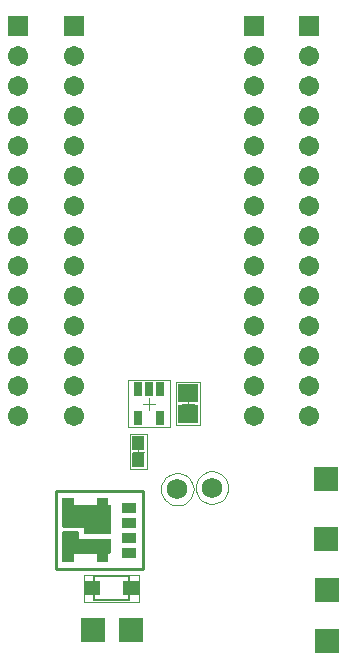
<source format=gts>
G04*
G04 #@! TF.GenerationSoftware,Altium Limited,Altium Designer,20.1.10 (176)*
G04*
G04 Layer_Color=8388736*
%FSLAX25Y25*%
%MOIN*%
G70*
G04*
G04 #@! TF.SameCoordinates,D9A27F9E-3A59-452F-8F74-A4506583EE45*
G04*
G04*
G04 #@! TF.FilePolarity,Negative*
G04*
G01*
G75*
%ADD12C,0.01000*%
%ADD14C,0.00500*%
%ADD15C,0.00197*%
%ADD16C,0.00394*%
%ADD17R,0.04816X0.03477*%
%ADD18R,0.05209X0.05052*%
%ADD19R,0.04343X0.04540*%
%ADD20R,0.06706X0.06312*%
%ADD21R,0.03162X0.05131*%
%ADD22R,0.08300X0.08300*%
%ADD23C,0.06902*%
%ADD24R,0.08300X0.08300*%
%ADD25R,0.06706X0.06706*%
%ADD26C,0.06706*%
G36*
X42198Y58496D02*
X42249Y58486D01*
X42299Y58469D01*
X42346Y58446D01*
X42390Y58416D01*
X42429Y58382D01*
X42464Y58342D01*
X42493Y58299D01*
X42516Y58252D01*
X42533Y58202D01*
X42543Y58151D01*
X42547Y58099D01*
Y56196D01*
X43051D01*
X43104Y56193D01*
X43155Y56182D01*
X43205Y56166D01*
X43252Y56142D01*
X43295Y56113D01*
X43335Y56079D01*
X43369Y56039D01*
X43398Y55996D01*
X43422Y55949D01*
X43438Y55899D01*
X43449Y55848D01*
X43452Y55795D01*
Y47016D01*
X43449Y46964D01*
X43438Y46912D01*
X43422Y46862D01*
X43398Y46815D01*
X43369Y46772D01*
X43335Y46732D01*
X43295Y46698D01*
X43252Y46669D01*
X43205Y46645D01*
X43155Y46629D01*
X43104Y46618D01*
X43051Y46615D01*
X34626D01*
X34574Y46618D01*
X34522Y46629D01*
X34473Y46645D01*
X34426Y46669D01*
X34382Y46698D01*
X34343Y46732D01*
X34308Y46772D01*
X34279Y46815D01*
X34256Y46862D01*
X34239Y46912D01*
X34229Y46964D01*
X34225Y47016D01*
Y48623D01*
X27461D01*
X27408Y48626D01*
X27357Y48636D01*
X27307Y48653D01*
X27260Y48676D01*
X27217Y48706D01*
X27177Y48740D01*
X27143Y48780D01*
X27114Y48823D01*
X27090Y48870D01*
X27073Y48920D01*
X27063Y48971D01*
X27060Y49024D01*
Y58099D01*
X27063Y58151D01*
X27073Y58202D01*
X27090Y58252D01*
X27114Y58299D01*
X27143Y58342D01*
X27177Y58382D01*
X27217Y58416D01*
X27260Y58446D01*
X27307Y58469D01*
X27357Y58486D01*
X27408Y58496D01*
X27461Y58499D01*
X30650D01*
X30702Y58496D01*
X30753Y58486D01*
X30803Y58469D01*
X30850Y58446D01*
X30894Y58416D01*
X30933Y58382D01*
X30968Y58342D01*
X30997Y58299D01*
X31020Y58252D01*
X31037Y58202D01*
X31047Y58151D01*
X31051Y58099D01*
Y56196D01*
X38556D01*
Y58099D01*
X38559Y58151D01*
X38570Y58202D01*
X38586Y58252D01*
X38610Y58299D01*
X38639Y58342D01*
X38673Y58382D01*
X38713Y58416D01*
X38756Y58446D01*
X38803Y58469D01*
X38853Y58486D01*
X38904Y58496D01*
X38957Y58499D01*
X42146D01*
X42198Y58496D01*
D02*
G37*
G36*
X32277Y47413D02*
X32328Y47403D01*
X32378Y47386D01*
X32425Y47363D01*
X32469Y47334D01*
X32508Y47299D01*
X32542Y47260D01*
X32572Y47216D01*
X32595Y47169D01*
X32612Y47120D01*
X32622Y47068D01*
X32625Y47016D01*
Y44995D01*
X43051D01*
X43104Y44992D01*
X43155Y44982D01*
X43205Y44965D01*
X43252Y44942D01*
X43295Y44913D01*
X43335Y44878D01*
X43369Y44839D01*
X43398Y44795D01*
X43422Y44748D01*
X43438Y44698D01*
X43449Y44647D01*
X43452Y44594D01*
Y40421D01*
X43449Y40369D01*
X43438Y40318D01*
X43422Y40268D01*
X43398Y40221D01*
X43369Y40177D01*
X43335Y40138D01*
X43295Y40103D01*
X43252Y40074D01*
X43205Y40051D01*
X43155Y40034D01*
X43104Y40024D01*
X43051Y40020D01*
X42547D01*
Y37626D01*
X42543Y37574D01*
X42533Y37522D01*
X42516Y37473D01*
X42493Y37426D01*
X42464Y37382D01*
X42429Y37343D01*
X42390Y37308D01*
X42346Y37279D01*
X42299Y37256D01*
X42250Y37239D01*
X42198Y37229D01*
X42146Y37225D01*
X38957D01*
X38904Y37229D01*
X38853Y37239D01*
X38803Y37256D01*
X38756Y37279D01*
X38713Y37308D01*
X38673Y37343D01*
X38639Y37382D01*
X38610Y37426D01*
X38586Y37473D01*
X38570Y37522D01*
X38559Y37574D01*
X38556Y37626D01*
Y40020D01*
X31051D01*
Y37626D01*
X31047Y37574D01*
X31037Y37522D01*
X31020Y37473D01*
X30997Y37426D01*
X30968Y37382D01*
X30933Y37343D01*
X30894Y37308D01*
X30850Y37279D01*
X30803Y37256D01*
X30753Y37239D01*
X30702Y37229D01*
X30650Y37225D01*
X27461D01*
X27408Y37229D01*
X27357Y37239D01*
X27307Y37256D01*
X27260Y37279D01*
X27217Y37308D01*
X27177Y37343D01*
X27143Y37382D01*
X27114Y37426D01*
X27090Y37473D01*
X27073Y37522D01*
X27063Y37574D01*
X27060Y37626D01*
Y47016D01*
X27063Y47068D01*
X27073Y47120D01*
X27090Y47169D01*
X27114Y47216D01*
X27143Y47260D01*
X27177Y47299D01*
X27217Y47334D01*
X27260Y47363D01*
X27307Y47386D01*
X27357Y47403D01*
X27408Y47413D01*
X27461Y47417D01*
X32224D01*
X32277Y47413D01*
D02*
G37*
D12*
X53961Y35024D02*
Y61024D01*
X24961D02*
X53961D01*
X24961Y35024D02*
Y61024D01*
Y35024D02*
X53961D01*
D14*
X37594Y24563D02*
X49406D01*
X37594D02*
Y32437D01*
X49406D01*
Y24563D02*
Y32437D01*
X37594Y24563D02*
X49406D01*
X37594D02*
Y32437D01*
X49406D01*
Y24563D02*
Y32437D01*
D15*
X82394Y62000D02*
X82302Y62991D01*
X82029Y63948D01*
X81586Y64839D01*
X80986Y65634D01*
X80250Y66304D01*
X79404Y66828D01*
X78476Y67188D01*
X77498Y67371D01*
X76502D01*
X75524Y67188D01*
X74596Y66828D01*
X73750Y66304D01*
X73014Y65634D01*
X72414Y64839D01*
X71970Y63948D01*
X71698Y62991D01*
X71606Y62000D01*
X71698Y61009D01*
X71970Y60052D01*
X72414Y59161D01*
X73014Y58366D01*
X73750Y57696D01*
X74596Y57172D01*
X75524Y56812D01*
X76502Y56629D01*
X77498D01*
X78476Y56812D01*
X79404Y57172D01*
X80250Y57696D01*
X80986Y58366D01*
X81586Y59161D01*
X82029Y60052D01*
X82302Y61009D01*
X82394Y62000D01*
X70894Y61500D02*
X70802Y62491D01*
X70530Y63448D01*
X70086Y64339D01*
X69486Y65134D01*
X68750Y65804D01*
X67904Y66328D01*
X66976Y66688D01*
X65998Y66871D01*
X65002D01*
X64024Y66688D01*
X63096Y66328D01*
X62250Y65804D01*
X61514Y65134D01*
X60914Y64339D01*
X60470Y63448D01*
X60198Y62491D01*
X60106Y61500D01*
X60198Y60509D01*
X60470Y59552D01*
X60914Y58661D01*
X61514Y57866D01*
X62250Y57196D01*
X63096Y56672D01*
X64024Y56312D01*
X65002Y56129D01*
X65998D01*
X66976Y56312D01*
X67904Y56672D01*
X68750Y57196D01*
X69486Y57866D01*
X70086Y58661D01*
X70530Y59552D01*
X70802Y60509D01*
X70894Y61500D01*
X49744Y68291D02*
X55256D01*
X49744Y79709D02*
X55256D01*
X49744Y68291D02*
Y79709D01*
X55256Y68291D02*
Y79709D01*
X72937Y82717D02*
Y97283D01*
X65063Y82717D02*
Y97283D01*
X72937D01*
X65063Y82717D02*
X72937D01*
X49110Y82126D02*
Y97874D01*
X62890Y82126D02*
Y97874D01*
X49110Y82126D02*
X62890D01*
X49110Y97874D02*
X62890D01*
X34406Y33028D02*
X52594D01*
X34406Y23972D02*
Y33028D01*
Y23972D02*
X52594D01*
Y33028D01*
D16*
X77000Y60032D02*
Y63969D01*
X75032Y62000D02*
X78969D01*
X77000Y60032D02*
Y63969D01*
X75032Y62000D02*
X78969D01*
X65500Y59532D02*
Y63469D01*
X63532Y61500D02*
X67469D01*
X65500Y59532D02*
Y63469D01*
X63532Y61500D02*
X67469D01*
X52500Y72228D02*
Y75772D01*
X50728Y74000D02*
X54272D01*
X67031Y90000D02*
X70968D01*
X69000Y88031D02*
Y91969D01*
X54032Y90000D02*
X57969D01*
X56000Y88032D02*
Y91969D01*
D17*
X49232Y40362D02*
D03*
Y45362D02*
D03*
Y55362D02*
D03*
Y50362D02*
D03*
D18*
X49976Y28500D02*
D03*
X37201D02*
D03*
D19*
X52500Y71146D02*
D03*
Y76854D02*
D03*
D20*
X69000Y93543D02*
D03*
Y86457D02*
D03*
D21*
X59740Y85276D02*
D03*
X52260D02*
D03*
Y94724D02*
D03*
X56000D02*
D03*
X59740D02*
D03*
D22*
X115000Y65000D02*
D03*
X115500Y11000D02*
D03*
Y28000D02*
D03*
X115000Y45000D02*
D03*
D23*
X77000Y62000D02*
D03*
X65500Y61500D02*
D03*
D24*
X49949Y14484D02*
D03*
X37449D02*
D03*
D25*
X109500Y216000D02*
D03*
X12500D02*
D03*
X91000D02*
D03*
X31000D02*
D03*
D26*
X109500Y196000D02*
D03*
Y186000D02*
D03*
Y176000D02*
D03*
Y166000D02*
D03*
Y156000D02*
D03*
Y146000D02*
D03*
Y136000D02*
D03*
Y126000D02*
D03*
Y116000D02*
D03*
Y106000D02*
D03*
Y96000D02*
D03*
Y86000D02*
D03*
Y206000D02*
D03*
X12500Y196000D02*
D03*
Y186000D02*
D03*
Y176000D02*
D03*
Y166000D02*
D03*
Y156000D02*
D03*
Y146000D02*
D03*
Y136000D02*
D03*
Y126000D02*
D03*
Y116000D02*
D03*
Y106000D02*
D03*
Y96000D02*
D03*
Y86000D02*
D03*
Y206000D02*
D03*
X91000Y196000D02*
D03*
Y186000D02*
D03*
Y176000D02*
D03*
Y166000D02*
D03*
Y156000D02*
D03*
Y146000D02*
D03*
Y136000D02*
D03*
Y126000D02*
D03*
Y116000D02*
D03*
Y106000D02*
D03*
Y96000D02*
D03*
Y86000D02*
D03*
Y206000D02*
D03*
X31000Y196000D02*
D03*
Y186000D02*
D03*
Y176000D02*
D03*
Y166000D02*
D03*
Y156000D02*
D03*
Y146000D02*
D03*
Y136000D02*
D03*
Y126000D02*
D03*
Y116000D02*
D03*
Y106000D02*
D03*
Y96000D02*
D03*
Y86000D02*
D03*
Y206000D02*
D03*
M02*

</source>
